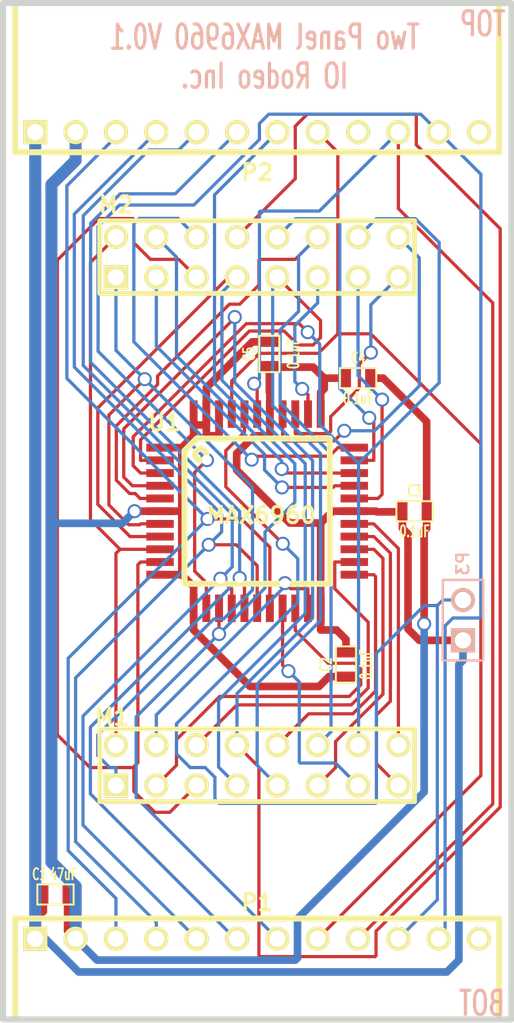
<source format=kicad_pcb>
(kicad_pcb (version 20171130) (host pcbnew 5.1.10)

  (general
    (thickness 1.6002)
    (drawings 7)
    (tracks 493)
    (zones 0)
    (modules 11)
    (nets 36)
  )

  (page A4)
  (title_block
    (date "12 apr 2013")
  )

  (layers
    (0 Front signal)
    (31 Back signal)
    (32 B.Adhes user)
    (33 F.Adhes user)
    (34 B.Paste user)
    (35 F.Paste user)
    (36 B.SilkS user)
    (37 F.SilkS user)
    (38 B.Mask user)
    (39 F.Mask user)
    (40 Dwgs.User user)
    (41 Cmts.User user)
    (42 Eco1.User user)
    (43 Eco2.User user)
    (44 Edge.Cuts user)
  )

  (setup
    (last_trace_width 0.2032)
    (trace_clearance 0.254)
    (zone_clearance 0.508)
    (zone_45_only no)
    (trace_min 0.2032)
    (via_size 0.889)
    (via_drill 0.635)
    (via_min_size 0.889)
    (via_min_drill 0.508)
    (uvia_size 0.508)
    (uvia_drill 0.127)
    (uvias_allowed no)
    (uvia_min_size 0.508)
    (uvia_min_drill 0.127)
    (edge_width 0.381)
    (segment_width 0.381)
    (pcb_text_width 0.3048)
    (pcb_text_size 1.524 2.032)
    (mod_edge_width 0.381)
    (mod_text_size 1.524 1.524)
    (mod_text_width 0.3048)
    (pad_size 1.524 1.524)
    (pad_drill 1.016)
    (pad_to_mask_clearance 0.254)
    (aux_axis_origin 0 0)
    (visible_elements FFFFFF7F)
    (pcbplotparams
      (layerselection 0x00030_ffffffff)
      (usegerberextensions true)
      (usegerberattributes true)
      (usegerberadvancedattributes true)
      (creategerberjobfile true)
      (excludeedgelayer true)
      (linewidth 0.150000)
      (plotframeref false)
      (viasonmask false)
      (mode 1)
      (useauxorigin false)
      (hpglpennumber 1)
      (hpglpenspeed 20)
      (hpglpendiameter 15.000000)
      (psnegative false)
      (psa4output false)
      (plotreference true)
      (plotvalue true)
      (plotinvisibletext false)
      (padsonsilk false)
      (subtractmaskfromsilk false)
      (outputformat 1)
      (mirror false)
      (drillshape 1)
      (scaleselection 1)
      (outputdirectory ""))
  )

  (net 0 "")
  (net 1 /ADDCLK)
  (net 2 /ADDIN)
  (net 3 /ADDOUT)
  (net 4 /CLK)
  (net 5 /COL1)
  (net 6 /COL10)
  (net 7 /COL11)
  (net 8 /COL12)
  (net 9 /COL13)
  (net 10 /COL14)
  (net 11 /COL15)
  (net 12 /COL16)
  (net 13 /COL2)
  (net 14 /COL3)
  (net 15 /COL4)
  (net 16 /COL5)
  (net 17 /COL6)
  (net 18 /COL7)
  (net 19 /COL8)
  (net 20 /COL9)
  (net 21 /CS)
  (net 22 /MISO)
  (net 23 /MOSI)
  (net 24 /OSC)
  (net 25 /ROW1)
  (net 26 /ROW2)
  (net 27 /ROW3)
  (net 28 /ROW4)
  (net 29 /ROW5)
  (net 30 /ROW6)
  (net 31 /ROW7)
  (net 32 /ROW8)
  (net 33 /RST)
  (net 34 /V+)
  (net 35 GND)

  (net_class Default "This is the default net class."
    (clearance 0.254)
    (trace_width 0.2032)
    (via_dia 0.889)
    (via_drill 0.635)
    (uvia_dia 0.508)
    (uvia_drill 0.127)
    (add_net /ADDCLK)
    (add_net /ADDIN)
    (add_net /ADDOUT)
    (add_net /CLK)
    (add_net /COL1)
    (add_net /COL10)
    (add_net /COL11)
    (add_net /COL12)
    (add_net /COL13)
    (add_net /COL14)
    (add_net /COL15)
    (add_net /COL16)
    (add_net /COL2)
    (add_net /COL3)
    (add_net /COL4)
    (add_net /COL5)
    (add_net /COL6)
    (add_net /COL7)
    (add_net /COL8)
    (add_net /COL9)
    (add_net /CS)
    (add_net /MISO)
    (add_net /MOSI)
    (add_net /OSC)
    (add_net /ROW1)
    (add_net /ROW2)
    (add_net /ROW3)
    (add_net /ROW4)
    (add_net /ROW5)
    (add_net /ROW6)
    (add_net /ROW7)
    (add_net /ROW8)
    (add_net /RST)
  )

  (net_class PWR ""
    (clearance 0.254)
    (trace_width 0.4826)
    (via_dia 0.889)
    (via_drill 0.635)
    (uvia_dia 0.508)
    (uvia_drill 0.127)
    (add_net /V+)
    (add_net GND)
  )

  (module SM0603 (layer Front) (tedit 5161C6E4) (tstamp 5161A125)
    (at 54.102 106.934)
    (path /516115A2)
    (attr smd)
    (fp_text reference C1 (at -1.016 -1.27) (layer F.SilkS)
      (effects (font (size 0.7112 0.4572) (thickness 0.1143)))
    )
    (fp_text value 47uF (at 0.508 -1.27) (layer F.SilkS)
      (effects (font (size 0.7112 0.4572) (thickness 0.1143)))
    )
    (fp_line (start -1.143 -0.635) (end 1.143 -0.635) (layer F.SilkS) (width 0.127))
    (fp_line (start 1.143 -0.635) (end 1.143 0.635) (layer F.SilkS) (width 0.127))
    (fp_line (start 1.143 0.635) (end -1.143 0.635) (layer F.SilkS) (width 0.127))
    (fp_line (start -1.143 0.635) (end -1.143 -0.635) (layer F.SilkS) (width 0.127))
    (pad 1 smd rect (at -0.762 0) (size 0.635 1.143) (layers Front F.Paste F.Mask)
      (net 34 /V+))
    (pad 2 smd rect (at 0.762 0) (size 0.635 1.143) (layers Front F.Paste F.Mask)
      (net 35 GND))
    (model smd/chip_cms.wrl
      (at (xyz 0 0 0))
      (scale (xyz 0.08 0.08 0.08))
      (rotate (xyz 0 0 0))
    )
  )

  (module SM0603 (layer Front) (tedit 5161C60F) (tstamp 5161A127)
    (at 72.39 92.456 270)
    (path /516115D7)
    (attr smd)
    (fp_text reference C2 (at 0 1.27 270) (layer F.SilkS)
      (effects (font (size 0.7112 0.4572) (thickness 0.1143)))
    )
    (fp_text value 0.1uF (at 0 -1.27 270) (layer F.SilkS)
      (effects (font (size 0.7112 0.4572) (thickness 0.1143)))
    )
    (fp_line (start -1.143 -0.635) (end 1.143 -0.635) (layer F.SilkS) (width 0.127))
    (fp_line (start 1.143 -0.635) (end 1.143 0.635) (layer F.SilkS) (width 0.127))
    (fp_line (start 1.143 0.635) (end -1.143 0.635) (layer F.SilkS) (width 0.127))
    (fp_line (start -1.143 0.635) (end -1.143 -0.635) (layer F.SilkS) (width 0.127))
    (pad 1 smd rect (at -0.762 0 270) (size 0.635 1.143) (layers Front F.Paste F.Mask)
      (net 34 /V+))
    (pad 2 smd rect (at 0.762 0 270) (size 0.635 1.143) (layers Front F.Paste F.Mask)
      (net 35 GND))
    (model smd/chip_cms.wrl
      (at (xyz 0 0 0))
      (scale (xyz 0.08 0.08 0.08))
      (rotate (xyz 0 0 0))
    )
  )

  (module SM0603 (layer Front) (tedit 5161C59F) (tstamp 5161A129)
    (at 76.708 82.804)
    (path /516115DC)
    (attr smd)
    (fp_text reference C3 (at 0 -1.27) (layer F.SilkS)
      (effects (font (size 0.7112 0.4572) (thickness 0.1143)))
    )
    (fp_text value 0.1uF (at 0 1.27) (layer F.SilkS)
      (effects (font (size 0.7112 0.4572) (thickness 0.1143)))
    )
    (fp_line (start -1.143 -0.635) (end 1.143 -0.635) (layer F.SilkS) (width 0.127))
    (fp_line (start 1.143 -0.635) (end 1.143 0.635) (layer F.SilkS) (width 0.127))
    (fp_line (start 1.143 0.635) (end -1.143 0.635) (layer F.SilkS) (width 0.127))
    (fp_line (start -1.143 0.635) (end -1.143 -0.635) (layer F.SilkS) (width 0.127))
    (pad 1 smd rect (at -0.762 0) (size 0.635 1.143) (layers Front F.Paste F.Mask)
      (net 34 /V+))
    (pad 2 smd rect (at 0.762 0) (size 0.635 1.143) (layers Front F.Paste F.Mask)
      (net 35 GND))
    (model smd/chip_cms.wrl
      (at (xyz 0 0 0))
      (scale (xyz 0.08 0.08 0.08))
      (rotate (xyz 0 0 0))
    )
  )

  (module SM0603 (layer Front) (tedit 5161C58D) (tstamp 5161A12B)
    (at 73.152 74.422)
    (path /516115E0)
    (attr smd)
    (fp_text reference C4 (at 0 -1.27) (layer F.SilkS)
      (effects (font (size 0.7112 0.4572) (thickness 0.1143)))
    )
    (fp_text value 0.1uF (at 0 1.27) (layer F.SilkS)
      (effects (font (size 0.7112 0.4572) (thickness 0.1143)))
    )
    (fp_line (start -1.143 -0.635) (end 1.143 -0.635) (layer F.SilkS) (width 0.127))
    (fp_line (start 1.143 -0.635) (end 1.143 0.635) (layer F.SilkS) (width 0.127))
    (fp_line (start 1.143 0.635) (end -1.143 0.635) (layer F.SilkS) (width 0.127))
    (fp_line (start -1.143 0.635) (end -1.143 -0.635) (layer F.SilkS) (width 0.127))
    (pad 1 smd rect (at -0.762 0) (size 0.635 1.143) (layers Front F.Paste F.Mask)
      (net 34 /V+))
    (pad 2 smd rect (at 0.762 0) (size 0.635 1.143) (layers Front F.Paste F.Mask)
      (net 35 GND))
    (model smd/chip_cms.wrl
      (at (xyz 0 0 0))
      (scale (xyz 0.08 0.08 0.08))
      (rotate (xyz 0 0 0))
    )
  )

  (module SM0603 (layer Front) (tedit 5161C587) (tstamp 5161A12D)
    (at 67.564 72.898 90)
    (path /516115E4)
    (attr smd)
    (fp_text reference C5 (at 0 -1.27 90) (layer F.SilkS)
      (effects (font (size 0.7112 0.4572) (thickness 0.1143)))
    )
    (fp_text value 0.1uF (at 0 1.524 90) (layer F.SilkS)
      (effects (font (size 0.7112 0.4572) (thickness 0.1143)))
    )
    (fp_line (start -1.143 -0.635) (end 1.143 -0.635) (layer F.SilkS) (width 0.127))
    (fp_line (start 1.143 -0.635) (end 1.143 0.635) (layer F.SilkS) (width 0.127))
    (fp_line (start 1.143 0.635) (end -1.143 0.635) (layer F.SilkS) (width 0.127))
    (fp_line (start -1.143 0.635) (end -1.143 -0.635) (layer F.SilkS) (width 0.127))
    (pad 1 smd rect (at -0.762 0 90) (size 0.635 1.143) (layers Front F.Paste F.Mask)
      (net 34 /V+))
    (pad 2 smd rect (at 0.762 0 90) (size 0.635 1.143) (layers Front F.Paste F.Mask)
      (net 35 GND))
    (model smd/chip_cms.wrl
      (at (xyz 0 0 0))
      (scale (xyz 0.08 0.08 0.08))
      (rotate (xyz 0 0 0))
    )
  )

  (module PIN_ARRAY_2X1 (layer Back) (tedit 5161C61C) (tstamp 5161A12E)
    (at 79.756 89.662 90)
    (descr "Connecteurs 2 pins")
    (tags "CONN DEV")
    (path /51612750)
    (fp_text reference P3 (at 3.556 0 90) (layer B.SilkS)
      (effects (font (size 0.762 0.762) (thickness 0.1524)) (justify mirror))
    )
    (fp_text value CONN_2 (at 0 1.905 90) (layer B.SilkS) hide
      (effects (font (size 0.762 0.762) (thickness 0.1524)) (justify mirror))
    )
    (fp_line (start -2.54 -1.27) (end -2.54 1.27) (layer B.SilkS) (width 0.1524))
    (fp_line (start -2.54 1.27) (end 2.54 1.27) (layer B.SilkS) (width 0.1524))
    (fp_line (start 2.54 1.27) (end 2.54 -1.27) (layer B.SilkS) (width 0.1524))
    (fp_line (start 2.54 -1.27) (end -2.54 -1.27) (layer B.SilkS) (width 0.1524))
    (pad 1 thru_hole rect (at -1.27 0 90) (size 1.524 1.524) (drill 1.016) (layers *.Cu *.Mask B.SilkS)
      (net 34 /V+))
    (pad 2 thru_hole circle (at 1.27 0 90) (size 1.524 1.524) (drill 1.016) (layers *.Cu *.Mask B.SilkS)
      (net 2 /ADDIN))
    (model pin_array/pins_array_2x1.wrl
      (at (xyz 0 0 0))
      (scale (xyz 1 1 1))
      (rotate (xyz 0 0 0))
    )
  )

  (module MQFP44 (layer Front) (tedit 5161C766) (tstamp 5161A56B)
    (at 66.79946 82.79892)
    (path /516112AF)
    (fp_text reference U1 (at -5.83946 -5.58292) (layer F.SilkS)
      (effects (font (size 1.016 1.016) (thickness 0.2032)))
    )
    (fp_text value MAX6960 (at 0.25654 0.25908) (layer F.SilkS)
      (effects (font (size 1.016 1.016) (thickness 0.2032)))
    )
    (fp_circle (center -3.556 -3.556) (end -3.302 -3.302) (layer F.SilkS) (width 0.381))
    (fp_line (start -4.572 -3.81) (end -4.572 4.572) (layer F.SilkS) (width 0.381))
    (fp_line (start -4.572 4.572) (end 4.572 4.572) (layer F.SilkS) (width 0.381))
    (fp_line (start 4.572 4.572) (end 4.572 -4.572) (layer F.SilkS) (width 0.381))
    (fp_line (start 4.572 -4.572) (end -3.81 -4.572) (layer F.SilkS) (width 0.381))
    (fp_line (start -3.81 -4.572) (end -4.572 -3.81) (layer F.SilkS) (width 0.381))
    (pad 1 smd rect (at -6.11378 -4.0005) (size 1.72974 0.50038) (layers Front F.Paste F.Mask)
      (net 35 GND))
    (pad 2 smd rect (at -6.11378 -3.2004) (size 1.72974 0.50038) (layers Front F.Paste F.Mask)
      (net 25 /ROW1))
    (pad 3 smd rect (at -6.11378 -2.4003) (size 1.72974 0.50038) (layers Front F.Paste F.Mask)
      (net 26 /ROW2))
    (pad 4 smd rect (at -6.11378 -1.6002) (size 1.72974 0.50038) (layers Front F.Paste F.Mask)
      (net 27 /ROW3))
    (pad 5 smd rect (at -6.11378 -0.8001) (size 1.72974 0.50038) (layers Front F.Paste F.Mask)
      (net 28 /ROW4))
    (pad 6 smd rect (at -6.11378 0) (size 1.72974 0.50038) (layers Front F.Paste F.Mask)
      (net 35 GND))
    (pad 7 smd rect (at -6.11378 0.8001) (size 1.72974 0.50038) (layers Front F.Paste F.Mask)
      (net 29 /ROW5))
    (pad 8 smd rect (at -6.11378 1.6002) (size 1.72974 0.50038) (layers Front F.Paste F.Mask)
      (net 30 /ROW6))
    (pad 9 smd rect (at -6.11378 2.4003) (size 1.72974 0.50038) (layers Front F.Paste F.Mask)
      (net 31 /ROW7))
    (pad 10 smd rect (at -6.11378 3.2004) (size 1.72974 0.50038) (layers Front F.Paste F.Mask)
      (net 32 /ROW8))
    (pad 11 smd rect (at -6.11378 4.0005) (size 1.72974 0.50038) (layers Front F.Paste F.Mask)
      (net 35 GND))
    (pad 12 smd rect (at -4.0005 6.11378) (size 0.50038 1.72974) (layers Front F.Paste F.Mask)
      (net 35 GND))
    (pad 13 smd rect (at -3.2004 6.11378) (size 0.50038 1.72974) (layers Front F.Paste F.Mask)
      (net 24 /OSC))
    (pad 14 smd rect (at -2.4003 6.11378) (size 0.50038 1.72974) (layers Front F.Paste F.Mask)
      (net 21 /CS))
    (pad 15 smd rect (at -1.6002 6.11378) (size 0.50038 1.72974) (layers Front F.Paste F.Mask)
      (net 23 /MOSI))
    (pad 16 smd rect (at -0.8001 6.11378) (size 0.50038 1.72974) (layers Front F.Paste F.Mask)
      (net 22 /MISO))
    (pad 17 smd rect (at 0 6.11378) (size 0.50038 1.72974) (layers Front F.Paste F.Mask)
      (net 4 /CLK))
    (pad 18 smd rect (at 0.8001 6.11378) (size 0.50038 1.72974) (layers Front F.Paste F.Mask)
      (net 33 /RST))
    (pad 19 smd rect (at 1.6002 6.11378) (size 0.50038 1.72974) (layers Front F.Paste F.Mask)
      (net 5 /COL1))
    (pad 20 smd rect (at 2.4003 6.11378) (size 0.50038 1.72974) (layers Front F.Paste F.Mask)
      (net 13 /COL2))
    (pad 21 smd rect (at 3.2004 6.11378) (size 0.50038 1.72974) (layers Front F.Paste F.Mask)
      (net 14 /COL3))
    (pad 22 smd rect (at 4.0005 6.11378) (size 0.50038 1.72974) (layers Front F.Paste F.Mask)
      (net 34 /V+))
    (pad 23 smd rect (at 6.11378 4.0005) (size 1.72974 0.50038) (layers Front F.Paste F.Mask)
      (net 15 /COL4))
    (pad 24 smd rect (at 6.11378 3.2004) (size 1.72974 0.50038) (layers Front F.Paste F.Mask)
      (net 16 /COL5))
    (pad 25 smd rect (at 6.11378 2.4003) (size 1.72974 0.50038) (layers Front F.Paste F.Mask)
      (net 17 /COL6))
    (pad 26 smd rect (at 6.11378 1.6002) (size 1.72974 0.50038) (layers Front F.Paste F.Mask)
      (net 18 /COL7))
    (pad 27 smd rect (at 6.11378 0.8001) (size 1.72974 0.50038) (layers Front F.Paste F.Mask)
      (net 19 /COL8))
    (pad 28 smd rect (at 6.11378 0) (size 1.72974 0.50038) (layers Front F.Paste F.Mask)
      (net 34 /V+))
    (pad 29 smd rect (at 6.11378 -0.8001) (size 1.72974 0.50038) (layers Front F.Paste F.Mask)
      (net 20 /COL9))
    (pad 30 smd rect (at 6.11378 -1.6002) (size 1.72974 0.50038) (layers Front F.Paste F.Mask)
      (net 6 /COL10))
    (pad 31 smd rect (at 6.11378 -2.4003) (size 1.72974 0.50038) (layers Front F.Paste F.Mask)
      (net 7 /COL11))
    (pad 32 smd rect (at 6.11378 -3.2004) (size 1.72974 0.50038) (layers Front F.Paste F.Mask)
      (net 8 /COL12))
    (pad 33 smd rect (at 6.11378 -4.0005) (size 1.72974 0.50038) (layers Front F.Paste F.Mask)
      (net 9 /COL13))
    (pad 34 smd rect (at 4.0005 -6.11378) (size 0.50038 1.72974) (layers Front F.Paste F.Mask)
      (net 34 /V+))
    (pad 35 smd rect (at 3.2004 -6.11378) (size 0.50038 1.72974) (layers Front F.Paste F.Mask)
      (net 10 /COL14))
    (pad 36 smd rect (at 2.4003 -6.11378) (size 0.50038 1.72974) (layers Front F.Paste F.Mask)
      (net 11 /COL15))
    (pad 37 smd rect (at 1.6002 -6.11378) (size 0.50038 1.72974) (layers Front F.Paste F.Mask)
      (net 12 /COL16))
    (pad 38 smd rect (at 0.8001 -6.11378) (size 0.50038 1.72974) (layers Front F.Paste F.Mask)
      (net 34 /V+))
    (pad 39 smd rect (at 0 -6.11378) (size 0.50038 1.72974) (layers Front F.Paste F.Mask)
      (net 3 /ADDOUT))
    (pad 40 smd rect (at -0.8001 -6.11378) (size 0.50038 1.72974) (layers Front F.Paste F.Mask)
      (net 2 /ADDIN))
    (pad 41 smd rect (at -1.6002 -6.11378) (size 0.50038 1.72974) (layers Front F.Paste F.Mask)
      (net 1 /ADDCLK))
    (pad 42 smd rect (at -2.4003 -6.11378) (size 0.50038 1.72974) (layers Front F.Paste F.Mask)
      (net 35 GND))
    (pad 43 smd rect (at -3.2004 -6.11378) (size 0.50038 1.72974) (layers Front F.Paste F.Mask)
      (net 35 GND))
    (pad 44 smd rect (at -4.0005 -6.11378) (size 0.50038 1.72974) (layers Front F.Paste F.Mask)
      (net 35 GND))
  )

  (module HEADER_TOP (layer Front) (tedit 51684318) (tstamp 5161A1FD)
    (at 66.79946 58.928)
    (path /516126A1)
    (fp_text reference P2 (at 0.00254 2.54) (layer F.SilkS)
      (effects (font (size 1.016 1.016) (thickness 0.2032)))
    )
    (fp_text value CONN_12 (at -11.96086 -6.9342) (layer F.SilkS) hide
      (effects (font (size 1.524 1.016) (thickness 0.2032)))
    )
    (fp_line (start 15.24 0) (end 15.24 1.27) (layer F.SilkS) (width 0.381))
    (fp_line (start 15.24 1.27) (end -15.24 1.27) (layer F.SilkS) (width 0.381))
    (fp_line (start -15.24 1.27) (end -15.24 -0.254) (layer F.SilkS) (width 0.381))
    (fp_line (start -15.24 0) (end -15.24 -8.128) (layer F.SilkS) (width 0.381))
    (fp_line (start -15.24 -8.128) (end 15.24 -8.128) (layer F.SilkS) (width 0.381))
    (fp_line (start 15.24 -8.128) (end 15.24 0) (layer F.SilkS) (width 0.381))
    (pad 1 thru_hole rect (at -13.97 0) (size 1.524 1.524) (drill 1.016) (layers *.Cu *.Mask F.SilkS)
      (net 34 /V+))
    (pad 2 thru_hole circle (at -11.43 0) (size 1.524 1.524) (drill 1.016) (layers *.Cu *.Mask F.SilkS)
      (net 35 GND))
    (pad 3 thru_hole circle (at -8.89 0) (size 1.524 1.524) (drill 1.016) (layers *.Cu *.Mask F.SilkS)
      (net 33 /RST))
    (pad 4 thru_hole circle (at -6.35 0) (size 1.524 1.524) (drill 1.016) (layers *.Cu *.Mask F.SilkS)
      (net 4 /CLK))
    (pad 5 thru_hole circle (at -3.81 0) (size 1.524 1.524) (drill 1.016) (layers *.Cu *.Mask F.SilkS)
      (net 23 /MOSI))
    (pad 6 thru_hole circle (at -1.27 0) (size 1.524 1.524) (drill 1.016) (layers *.Cu *.Mask F.SilkS)
      (net 22 /MISO))
    (pad 7 thru_hole circle (at 1.27 0) (size 1.524 1.524) (drill 1.016) (layers *.Cu *.Mask F.SilkS)
      (net 21 /CS))
    (pad 8 thru_hole circle (at 3.81 0) (size 1.524 1.524) (drill 1.016) (layers *.Cu *.Mask F.SilkS)
      (net 1 /ADDCLK))
    (pad 9 thru_hole circle (at 6.35 0) (size 1.524 1.524) (drill 1.016) (layers *.Cu *.Mask F.SilkS))
    (pad 10 thru_hole circle (at 8.89 0) (size 1.524 1.524) (drill 1.016) (layers *.Cu *.Mask F.SilkS)
      (net 3 /ADDOUT))
    (pad 11 thru_hole circle (at 11.43 0) (size 1.524 1.524) (drill 1.016) (layers *.Cu *.Mask F.SilkS)
      (net 24 /OSC))
    (pad 12 thru_hole circle (at 13.97 0) (size 1.524 1.524) (drill 1.016) (layers *.Cu *.Mask F.SilkS))
  )

  (module HEADER_BOT (layer Front) (tedit 51684336) (tstamp 5161A134)
    (at 66.79946 109.72038)
    (path /5161268D)
    (fp_text reference P1 (at 0.00254 -2.27838) (layer F.SilkS)
      (effects (font (size 1.016 1.016) (thickness 0.2032)))
    )
    (fp_text value CONN_12 (at -11.98626 4.04622) (layer F.SilkS) hide
      (effects (font (size 1.524 1.016) (thickness 0.2032)))
    )
    (fp_line (start -15.24 0) (end -15.24 -1.27) (layer F.SilkS) (width 0.381))
    (fp_line (start -15.24 -1.27) (end 15.24 -1.27) (layer F.SilkS) (width 0.381))
    (fp_line (start 15.24 -1.27) (end 15.24 0) (layer F.SilkS) (width 0.381))
    (fp_line (start -15.24 0) (end -15.24 5.08) (layer F.SilkS) (width 0.381))
    (fp_line (start -15.24 5.08) (end 15.24 5.08) (layer F.SilkS) (width 0.381))
    (fp_line (start 15.24 5.08) (end 15.24 0) (layer F.SilkS) (width 0.381))
    (pad 1 thru_hole rect (at -13.97 0) (size 1.524 1.524) (drill 1.016) (layers *.Cu *.Mask F.SilkS)
      (net 34 /V+))
    (pad 2 thru_hole circle (at -11.43 0) (size 1.524 1.524) (drill 1.016) (layers *.Cu *.Mask F.SilkS)
      (net 35 GND))
    (pad 3 thru_hole circle (at -8.89 0) (size 1.524 1.524) (drill 1.016) (layers *.Cu *.Mask F.SilkS)
      (net 33 /RST))
    (pad 4 thru_hole circle (at -6.35 0) (size 1.524 1.524) (drill 1.016) (layers *.Cu *.Mask F.SilkS)
      (net 4 /CLK))
    (pad 5 thru_hole circle (at -3.81 0) (size 1.524 1.524) (drill 1.016) (layers *.Cu *.Mask F.SilkS)
      (net 23 /MOSI))
    (pad 6 thru_hole circle (at -1.27 0) (size 1.524 1.524) (drill 1.016) (layers *.Cu *.Mask F.SilkS)
      (net 22 /MISO))
    (pad 7 thru_hole circle (at 1.27 0) (size 1.524 1.524) (drill 1.016) (layers *.Cu *.Mask F.SilkS)
      (net 21 /CS))
    (pad 8 thru_hole circle (at 3.81 0) (size 1.524 1.524) (drill 1.016) (layers *.Cu *.Mask F.SilkS)
      (net 1 /ADDCLK))
    (pad 9 thru_hole circle (at 6.35 0) (size 1.524 1.524) (drill 1.016) (layers *.Cu *.Mask F.SilkS)
      (net 3 /ADDOUT))
    (pad 10 thru_hole circle (at 8.89 0) (size 1.524 1.524) (drill 1.016) (layers *.Cu *.Mask F.SilkS)
      (net 2 /ADDIN))
    (pad 11 thru_hole circle (at 11.43 0) (size 1.524 1.524) (drill 1.016) (layers *.Cu *.Mask F.SilkS)
      (net 24 /OSC))
    (pad 12 thru_hole circle (at 13.97 0) (size 1.524 1.524) (drill 1.016) (layers *.Cu *.Mask F.SilkS))
  )

  (module pin_array_8x2 (layer Front) (tedit 5161C5FF) (tstamp 5161A79A)
    (at 66.79946 98.80092)
    (descr "Double rangee de contacts 2 x 8 pins")
    (tags CONN)
    (path /5161217C)
    (fp_text reference M1 (at -9.14146 -3.04292) (layer F.SilkS)
      (effects (font (size 1.016 1.016) (thickness 0.2032)))
    )
    (fp_text value LED-MATRIX-8X8 (at 0 3.302) (layer F.SilkS) hide
      (effects (font (size 1.016 1.016) (thickness 0.2032)))
    )
    (fp_line (start -9.906 2.286) (end -9.906 -2.286) (layer F.SilkS) (width 0.3048))
    (fp_line (start -9.906 -2.286) (end 9.906 -2.286) (layer F.SilkS) (width 0.3048))
    (fp_line (start 9.906 -2.286) (end 9.906 2.286) (layer F.SilkS) (width 0.3048))
    (fp_line (start 9.906 2.286) (end -9.906 2.286) (layer F.SilkS) (width 0.3048))
    (pad 1 thru_hole rect (at -8.89 1.27) (size 1.524 1.524) (drill 1.016) (layers *.Cu *.Mask F.SilkS)
      (net 29 /ROW5))
    (pad 2 thru_hole circle (at -8.89 -1.27) (size 1.524 1.524) (drill 1.016) (layers *.Cu *.Mask F.SilkS)
      (net 31 /ROW7))
    (pad 3 thru_hole circle (at -6.35 1.27) (size 1.524 1.524) (drill 1.016) (layers *.Cu *.Mask F.SilkS)
      (net 13 /COL2))
    (pad 4 thru_hole circle (at -6.35 -1.27) (size 1.524 1.524) (drill 1.016) (layers *.Cu *.Mask F.SilkS)
      (net 14 /COL3))
    (pad 5 thru_hole circle (at -3.81 1.27) (size 1.524 1.524) (drill 1.016) (layers *.Cu *.Mask F.SilkS)
      (net 32 /ROW8))
    (pad 6 thru_hole circle (at -3.81 -1.27) (size 1.524 1.524) (drill 1.016) (layers *.Cu *.Mask F.SilkS)
      (net 16 /COL5))
    (pad 7 thru_hole circle (at -1.27 1.27) (size 1.524 1.524) (drill 1.016) (layers *.Cu *.Mask F.SilkS)
      (net 30 /ROW6))
    (pad 8 thru_hole circle (at -1.27 -1.27) (size 1.524 1.524) (drill 1.016) (layers *.Cu *.Mask F.SilkS)
      (net 27 /ROW3))
    (pad 9 thru_hole circle (at 1.27 1.27) (size 1.524 1.524) (drill 1.016) (layers *.Cu *.Mask F.SilkS)
      (net 25 /ROW1))
    (pad 10 thru_hole circle (at 1.27 -1.27) (size 1.524 1.524) (drill 1.016) (layers *.Cu *.Mask F.SilkS)
      (net 15 /COL4))
    (pad 11 thru_hole circle (at 3.81 1.27) (size 1.524 1.524) (drill 1.016) (layers *.Cu *.Mask F.SilkS)
      (net 17 /COL6))
    (pad 12 thru_hole circle (at 3.81 -1.27) (size 1.524 1.524) (drill 1.016) (layers *.Cu *.Mask F.SilkS)
      (net 28 /ROW4))
    (pad 13 thru_hole circle (at 6.35 1.27) (size 1.524 1.524) (drill 1.016) (layers *.Cu *.Mask F.SilkS)
      (net 5 /COL1))
    (pad 14 thru_hole circle (at 6.35 -1.27) (size 1.524 1.524) (drill 1.016) (layers *.Cu *.Mask F.SilkS)
      (net 26 /ROW2))
    (pad 15 thru_hole circle (at 8.89 1.27) (size 1.524 1.524) (drill 1.016) (layers *.Cu *.Mask F.SilkS)
      (net 18 /COL7))
    (pad 16 thru_hole circle (at 8.89 -1.27) (size 1.524 1.524) (drill 1.016) (layers *.Cu *.Mask F.SilkS)
      (net 19 /COL8))
    (model pin_array/pins_array_8x2.wrl
      (at (xyz 0 0 0))
      (scale (xyz 1 1 1))
      (rotate (xyz 0 0 0))
    )
  )

  (module pin_array_8x2 (layer Front) (tedit 5161C5F8) (tstamp 5161A79C)
    (at 66.79946 66.79946)
    (descr "Double rangee de contacts 2 x 8 pins")
    (tags CONN)
    (path /51612464)
    (fp_text reference M2 (at -8.88746 -3.29946) (layer F.SilkS)
      (effects (font (size 1.016 1.016) (thickness 0.2032)))
    )
    (fp_text value LED-MATRIX-8X8 (at 0 3.302) (layer F.SilkS) hide
      (effects (font (size 1.016 1.016) (thickness 0.2032)))
    )
    (fp_line (start -9.906 2.286) (end -9.906 -2.286) (layer F.SilkS) (width 0.3048))
    (fp_line (start -9.906 -2.286) (end 9.906 -2.286) (layer F.SilkS) (width 0.3048))
    (fp_line (start 9.906 -2.286) (end 9.906 2.286) (layer F.SilkS) (width 0.3048))
    (fp_line (start 9.906 2.286) (end -9.906 2.286) (layer F.SilkS) (width 0.3048))
    (pad 1 thru_hole rect (at -8.89 1.27) (size 1.524 1.524) (drill 1.016) (layers *.Cu *.Mask F.SilkS)
      (net 29 /ROW5))
    (pad 2 thru_hole circle (at -8.89 -1.27) (size 1.524 1.524) (drill 1.016) (layers *.Cu *.Mask F.SilkS)
      (net 31 /ROW7))
    (pad 3 thru_hole circle (at -6.35 1.27) (size 1.524 1.524) (drill 1.016) (layers *.Cu *.Mask F.SilkS)
      (net 6 /COL10))
    (pad 4 thru_hole circle (at -6.35 -1.27) (size 1.524 1.524) (drill 1.016) (layers *.Cu *.Mask F.SilkS)
      (net 7 /COL11))
    (pad 5 thru_hole circle (at -3.81 1.27) (size 1.524 1.524) (drill 1.016) (layers *.Cu *.Mask F.SilkS)
      (net 32 /ROW8))
    (pad 6 thru_hole circle (at -3.81 -1.27) (size 1.524 1.524) (drill 1.016) (layers *.Cu *.Mask F.SilkS)
      (net 9 /COL13))
    (pad 7 thru_hole circle (at -1.27 1.27) (size 1.524 1.524) (drill 1.016) (layers *.Cu *.Mask F.SilkS)
      (net 30 /ROW6))
    (pad 8 thru_hole circle (at -1.27 -1.27) (size 1.524 1.524) (drill 1.016) (layers *.Cu *.Mask F.SilkS)
      (net 27 /ROW3))
    (pad 9 thru_hole circle (at 1.27 1.27) (size 1.524 1.524) (drill 1.016) (layers *.Cu *.Mask F.SilkS)
      (net 25 /ROW1))
    (pad 10 thru_hole circle (at 1.27 -1.27) (size 1.524 1.524) (drill 1.016) (layers *.Cu *.Mask F.SilkS)
      (net 8 /COL12))
    (pad 11 thru_hole circle (at 3.81 1.27) (size 1.524 1.524) (drill 1.016) (layers *.Cu *.Mask F.SilkS)
      (net 10 /COL14))
    (pad 12 thru_hole circle (at 3.81 -1.27) (size 1.524 1.524) (drill 1.016) (layers *.Cu *.Mask F.SilkS)
      (net 28 /ROW4))
    (pad 13 thru_hole circle (at 6.35 1.27) (size 1.524 1.524) (drill 1.016) (layers *.Cu *.Mask F.SilkS)
      (net 20 /COL9))
    (pad 14 thru_hole circle (at 6.35 -1.27) (size 1.524 1.524) (drill 1.016) (layers *.Cu *.Mask F.SilkS)
      (net 26 /ROW2))
    (pad 15 thru_hole circle (at 8.89 1.27) (size 1.524 1.524) (drill 1.016) (layers *.Cu *.Mask F.SilkS)
      (net 11 /COL15))
    (pad 16 thru_hole circle (at 8.89 -1.27) (size 1.524 1.524) (drill 1.016) (layers *.Cu *.Mask F.SilkS)
      (net 12 /COL16))
    (model pin_array/pins_array_8x2.wrl
      (at (xyz 0 0 0))
      (scale (xyz 1 1 1))
      (rotate (xyz 0 0 0))
    )
  )

  (gr_text "Two Panel MAX6960 V0.1\nIO Rodeo Inc." (at 67.2592 54.1782) (layer B.SilkS)
    (effects (font (size 1.524 1.016) (thickness 0.2032)) (justify mirror))
  )
  (gr_text BOT (at 80.9498 113.792) (layer B.SilkS)
    (effects (font (size 1.524 1.016) (thickness 0.2032)) (justify mirror))
  )
  (gr_text TOP (at 81.0006 52.1208) (layer B.SilkS)
    (effects (font (size 1.524 1.016) (thickness 0.2032)) (justify mirror))
  )
  (gr_line (start 50.8 114.80038) (end 82.79892 114.80038) (angle 90) (layer Edge.Cuts) (width 0.381))
  (gr_line (start 50.8 50.8) (end 82.79892 50.8) (angle 90) (layer Edge.Cuts) (width 0.381))
  (gr_line (start 82.79892 50.8) (end 82.79892 114.80038) (angle 90) (layer Edge.Cuts) (width 0.381))
  (gr_line (start 50.8 50.8) (end 50.8 114.80038) (angle 90) (layer Edge.Cuts) (width 0.381))

  (segment (start 73.9521 71.63054) (end 71.87946 71.63054) (width 0.2032) (layer Front) (net 1))
  (segment (start 80.88376 78.5622) (end 73.9521 71.63054) (width 0.2032) (layer Front) (net 1))
  (segment (start 80.88376 99.44608) (end 80.88376 78.5622) (width 0.2032) (layer Front) (net 1))
  (segment (start 70.60946 109.72038) (end 80.88376 99.44608) (width 0.2032) (layer Front) (net 1) (status 400000))
  (segment (start 71.87946 60.198) (end 71.87946 71.63054) (width 0.2032) (layer Front) (net 1))
  (segment (start 70.60946 58.928) (end 71.87946 60.198) (width 0.2032) (layer Front) (net 1) (status 400000))
  (segment (start 65.19926 74.59726) (end 65.19926 76.68514) (width 0.2032) (layer Front) (net 1) (status 800000))
  (segment (start 66.93916 72.85736) (end 65.19926 74.59726) (width 0.2032) (layer Front) (net 1))
  (segment (start 70.65264 72.85736) (end 66.93916 72.85736) (width 0.2032) (layer Front) (net 1))
  (segment (start 71.87946 71.63054) (end 70.65264 72.85736) (width 0.2032) (layer Front) (net 1))
  (via (at 68.41236 84.8487) (size 0.889) (layers Front Back) (net 2))
  (segment (start 78.14056 107.26928) (end 78.14056 88.73998) (width 0.2032) (layer Back) (net 2))
  (segment (start 75.68946 109.72038) (end 78.14056 107.26928) (width 0.2032) (layer Back) (net 2) (status 400000))
  (segment (start 78.48854 88.392) (end 78.14056 88.73998) (width 0.2032) (layer Back) (net 2))
  (segment (start 79.756 88.392) (end 78.48854 88.392) (width 0.2032) (layer Back) (net 2) (status 400000))
  (segment (start 69.35978 85.79612) (end 68.41236 84.8487) (width 0.2032) (layer Back) (net 2))
  (segment (start 69.35978 88.5444) (end 69.35978 85.79612) (width 0.2032) (layer Back) (net 2))
  (segment (start 61.71946 96.18472) (end 69.35978 88.5444) (width 0.2032) (layer Back) (net 2))
  (segment (start 61.71946 98.07956) (end 61.71946 96.18472) (width 0.2032) (layer Back) (net 2))
  (segment (start 62.58306 98.94316) (end 61.71946 98.07956) (width 0.2032) (layer Back) (net 2))
  (segment (start 63.52794 98.94316) (end 62.58306 98.94316) (width 0.2032) (layer Back) (net 2))
  (segment (start 64.14008 99.5553) (end 63.52794 98.94316) (width 0.2032) (layer Back) (net 2))
  (segment (start 64.14008 100.92436) (end 64.14008 99.5553) (width 0.2032) (layer Back) (net 2))
  (segment (start 64.4144 101.19868) (end 64.14008 100.92436) (width 0.2032) (layer Back) (net 2))
  (segment (start 74.25182 101.19868) (end 64.4144 101.19868) (width 0.2032) (layer Back) (net 2))
  (segment (start 74.3077 101.1428) (end 74.25182 101.19868) (width 0.2032) (layer Back) (net 2))
  (segment (start 74.3077 91.75242) (end 74.3077 101.1428) (width 0.2032) (layer Back) (net 2))
  (segment (start 77.32014 88.73998) (end 74.3077 91.75242) (width 0.2032) (layer Back) (net 2))
  (segment (start 78.14056 88.73998) (end 77.32014 88.73998) (width 0.2032) (layer Back) (net 2))
  (segment (start 64.82588 81.26222) (end 68.41236 84.8487) (width 0.2032) (layer Front) (net 2))
  (segment (start 64.82588 78.99146) (end 64.82588 81.26222) (width 0.2032) (layer Front) (net 2))
  (segment (start 65.99936 77.81798) (end 64.82588 78.99146) (width 0.2032) (layer Front) (net 2))
  (segment (start 65.99936 76.68514) (end 65.99936 77.81798) (width 0.2032) (layer Front) (net 2) (status 400000))
  (via (at 66.60896 74.76744) (size 0.889) (layers Front Back) (net 3))
  (segment (start 75.68946 63.7413) (end 75.68946 58.928) (width 0.2032) (layer Front) (net 3) (status 800000))
  (segment (start 81.63306 69.6849) (end 75.68946 63.7413) (width 0.2032) (layer Front) (net 3))
  (segment (start 81.63306 101.23678) (end 81.63306 69.6849) (width 0.2032) (layer Front) (net 3))
  (segment (start 73.14946 109.72038) (end 81.63306 101.23678) (width 0.2032) (layer Front) (net 3) (status 400000))
  (segment (start 66.94424 74.43216) (end 66.60896 74.76744) (width 0.2032) (layer Back) (net 3))
  (segment (start 66.94424 63.95466) (end 66.94424 74.43216) (width 0.2032) (layer Back) (net 3))
  (segment (start 67.00012 63.89878) (end 66.94424 63.95466) (width 0.2032) (layer Back) (net 3))
  (segment (start 70.71868 63.89878) (end 67.00012 63.89878) (width 0.2032) (layer Back) (net 3))
  (segment (start 75.68946 58.928) (end 70.71868 63.89878) (width 0.2032) (layer Back) (net 3) (status 400000))
  (segment (start 66.79946 74.95794) (end 66.60896 74.76744) (width 0.2032) (layer Front) (net 3))
  (segment (start 66.79946 76.68514) (end 66.79946 74.95794) (width 0.2032) (layer Front) (net 3) (status 400000))
  (via (at 63.74892 84.91474) (size 0.889) (layers Front Back) (net 4))
  (segment (start 66.79946 86.22792) (end 66.79946 88.9127) (width 0.2032) (layer Front) (net 4) (status 800000))
  (segment (start 65.48628 84.91474) (end 66.79946 86.22792) (width 0.2032) (layer Front) (net 4))
  (segment (start 63.74892 84.91474) (end 65.48628 84.91474) (width 0.2032) (layer Front) (net 4))
  (segment (start 64.56426 84.0994) (end 63.74892 84.91474) (width 0.2032) (layer Back) (net 4))
  (segment (start 64.56426 83.00212) (end 64.56426 84.0994) (width 0.2032) (layer Back) (net 4))
  (segment (start 55.28818 73.72604) (end 64.56426 83.00212) (width 0.2032) (layer Back) (net 4))
  (segment (start 55.28818 64.08928) (end 55.28818 73.72604) (width 0.2032) (layer Back) (net 4))
  (segment (start 60.44946 58.928) (end 55.28818 64.08928) (width 0.2032) (layer Back) (net 4) (status 400000))
  (segment (start 60.44946 108.6866) (end 60.44946 109.72038) (width 0.2032) (layer Back) (net 4) (status 800000))
  (segment (start 55.36946 103.6066) (end 60.44946 108.6866) (width 0.2032) (layer Back) (net 4))
  (segment (start 55.36946 93.2942) (end 55.36946 103.6066) (width 0.2032) (layer Back) (net 4))
  (segment (start 63.74892 84.91474) (end 55.36946 93.2942) (width 0.2032) (layer Back) (net 4))
  (via (at 68.76796 92.87002) (size 0.889) (layers Front Back) (net 5))
  (segment (start 68.39966 88.9127) (end 68.39966 90.13952) (width 0.2032) (layer Front) (net 5) (status 400000))
  (segment (start 69.45122 93.55328) (end 68.76796 92.87002) (width 0.2032) (layer Back) (net 5))
  (segment (start 69.45122 98.6028) (end 69.45122 93.55328) (width 0.2032) (layer Back) (net 5))
  (segment (start 69.5071 98.65868) (end 69.45122 98.6028) (width 0.2032) (layer Back) (net 5))
  (segment (start 71.73722 98.65868) (end 69.5071 98.65868) (width 0.2032) (layer Back) (net 5))
  (segment (start 73.14946 100.07092) (end 71.73722 98.65868) (width 0.2032) (layer Back) (net 5) (status 400000))
  (segment (start 68.39966 92.50172) (end 68.76796 92.87002) (width 0.2032) (layer Front) (net 5))
  (segment (start 68.39966 90.13952) (end 68.39966 92.50172) (width 0.2032) (layer Front) (net 5))
  (via (at 68.36156 81.30286) (size 0.889) (layers Front Back) (net 6))
  (segment (start 72.91324 81.19872) (end 71.68642 81.19872) (width 0.2032) (layer Front) (net 6) (status 400000))
  (segment (start 67.26428 80.20558) (end 68.36156 81.30286) (width 0.2032) (layer Back) (net 6))
  (segment (start 67.26428 79.21752) (end 67.26428 80.20558) (width 0.2032) (layer Back) (net 6))
  (segment (start 60.44946 72.4027) (end 67.26428 79.21752) (width 0.2032) (layer Back) (net 6))
  (segment (start 60.44946 68.06946) (end 60.44946 72.4027) (width 0.2032) (layer Back) (net 6) (status 400000))
  (segment (start 71.58228 81.30286) (end 71.68642 81.19872) (width 0.2032) (layer Front) (net 6))
  (segment (start 68.36156 81.30286) (end 71.58228 81.30286) (width 0.2032) (layer Front) (net 6))
  (via (at 68.34632 80.14716) (size 0.889) (layers Front Back) (net 7))
  (segment (start 68.59778 80.39862) (end 72.91324 80.39862) (width 0.2032) (layer Front) (net 7) (status 800000))
  (segment (start 68.34632 80.14716) (end 68.59778 80.39862) (width 0.2032) (layer Front) (net 7))
  (segment (start 61.71946 66.79946) (end 60.44946 65.52946) (width 0.2032) (layer Back) (net 7) (status 800000))
  (segment (start 61.71946 73.0123) (end 61.71946 66.79946) (width 0.2032) (layer Back) (net 7))
  (segment (start 68.34632 79.63916) (end 61.71946 73.0123) (width 0.2032) (layer Back) (net 7))
  (segment (start 68.34632 80.14716) (end 68.34632 79.63916) (width 0.2032) (layer Back) (net 7))
  (via (at 73.85558 76.92136) (size 0.889) (layers Front Back) (net 8))
  (segment (start 72.00138 75.06716) (end 73.85558 76.92136) (width 0.2032) (layer Back) (net 8))
  (segment (start 72.00138 64.70142) (end 72.00138 75.06716) (width 0.2032) (layer Back) (net 8))
  (segment (start 71.68134 64.38138) (end 72.00138 64.70142) (width 0.2032) (layer Back) (net 8))
  (segment (start 69.21754 64.38138) (end 71.68134 64.38138) (width 0.2032) (layer Back) (net 8))
  (segment (start 68.06946 65.52946) (end 69.21754 64.38138) (width 0.2032) (layer Back) (net 8) (status 400000))
  (segment (start 74.1426 77.20838) (end 74.1426 79.59852) (width 0.2032) (layer Front) (net 8))
  (segment (start 73.85558 76.92136) (end 74.1426 77.20838) (width 0.2032) (layer Front) (net 8))
  (segment (start 72.91324 79.59852) (end 74.1426 79.59852) (width 0.2032) (layer Front) (net 8) (status 400000))
  (via (at 66.45656 79.55534) (size 0.889) (layers Front Back) (net 9))
  (segment (start 59.03722 72.136) (end 66.45656 79.55534) (width 0.2032) (layer Back) (net 9))
  (segment (start 59.03722 64.70142) (end 59.03722 72.136) (width 0.2032) (layer Back) (net 9))
  (segment (start 59.37758 64.36106) (end 59.03722 64.70142) (width 0.2032) (layer Back) (net 9))
  (segment (start 61.82106 64.36106) (end 59.37758 64.36106) (width 0.2032) (layer Back) (net 9))
  (segment (start 62.98946 65.52946) (end 61.82106 64.36106) (width 0.2032) (layer Back) (net 9) (status 400000))
  (segment (start 71.88454 78.79842) (end 72.91324 78.79842) (width 0.2032) (layer Front) (net 9) (status 800000))
  (segment (start 71.34606 79.3369) (end 71.88454 78.79842) (width 0.2032) (layer Front) (net 9))
  (segment (start 66.675 79.3369) (end 71.34606 79.3369) (width 0.2032) (layer Front) (net 9))
  (segment (start 66.45656 79.55534) (end 66.675 79.3369) (width 0.2032) (layer Front) (net 9))
  (via (at 69.6341 75.10018) (size 0.889) (layers Front Back) (net 10))
  (segment (start 69.99986 76.68514) (end 69.99986 75.45578) (width 0.2032) (layer Front) (net 10) (status 400000))
  (segment (start 69.17182 74.6379) (end 69.6341 75.10018) (width 0.2032) (layer Back) (net 10))
  (segment (start 69.17182 71.11746) (end 69.17182 74.6379) (width 0.2032) (layer Back) (net 10))
  (segment (start 70.60946 69.67982) (end 69.17182 71.11746) (width 0.2032) (layer Back) (net 10))
  (segment (start 70.60946 68.06946) (end 70.60946 69.67982) (width 0.2032) (layer Back) (net 10) (status 400000))
  (segment (start 69.9897 75.45578) (end 69.6341 75.10018) (width 0.2032) (layer Front) (net 10))
  (segment (start 69.99986 75.45578) (end 69.9897 75.45578) (width 0.2032) (layer Front) (net 10))
  (via (at 73.95718 72.81418) (size 0.889) (layers Front Back) (net 11))
  (segment (start 69.19976 76.68514) (end 69.19976 77.91196) (width 0.2032) (layer Front) (net 11) (status 400000))
  (segment (start 73.95718 69.80174) (end 73.95718 72.81418) (width 0.2032) (layer Back) (net 11))
  (segment (start 75.68946 68.06946) (end 73.95718 69.80174) (width 0.2032) (layer Back) (net 11) (status 400000))
  (segment (start 73.23074 73.54062) (end 73.95718 72.81418) (width 0.2032) (layer Front) (net 11))
  (segment (start 73.23074 75.04176) (end 73.23074 73.54062) (width 0.2032) (layer Front) (net 11))
  (segment (start 71.42734 76.84516) (end 73.23074 75.04176) (width 0.2032) (layer Front) (net 11))
  (segment (start 71.42734 77.7748) (end 71.42734 76.84516) (width 0.2032) (layer Front) (net 11))
  (segment (start 71.29018 77.91196) (end 71.42734 77.7748) (width 0.2032) (layer Front) (net 11))
  (segment (start 69.19976 77.91196) (end 71.29018 77.91196) (width 0.2032) (layer Front) (net 11))
  (via (at 72.28332 77.7367) (size 0.889) (layers Front Back) (net 12))
  (segment (start 74.18832 77.7367) (end 72.28332 77.7367) (width 0.2032) (layer Back) (net 12))
  (segment (start 77.00518 74.91984) (end 74.18832 77.7367) (width 0.2032) (layer Back) (net 12))
  (segment (start 77.00518 66.84518) (end 77.00518 74.91984) (width 0.2032) (layer Back) (net 12))
  (segment (start 75.68946 65.52946) (end 77.00518 66.84518) (width 0.2032) (layer Back) (net 12) (status 400000))
  (segment (start 71.64324 78.37678) (end 72.28332 77.7367) (width 0.2032) (layer Front) (net 12))
  (segment (start 68.64096 78.37678) (end 71.64324 78.37678) (width 0.2032) (layer Front) (net 12))
  (segment (start 68.39966 78.13548) (end 68.64096 78.37678) (width 0.2032) (layer Front) (net 12))
  (segment (start 68.39966 76.68514) (end 68.39966 78.13548) (width 0.2032) (layer Front) (net 12) (status 400000))
  (segment (start 69.19976 90.29954) (end 69.19976 88.9127) (width 0.2032) (layer Front) (net 13) (status 800000))
  (segment (start 71.27494 92.37472) (end 69.19976 90.29954) (width 0.2032) (layer Front) (net 13))
  (segment (start 72.9488 92.37472) (end 71.27494 92.37472) (width 0.2032) (layer Front) (net 13))
  (segment (start 73.32472 92.75064) (end 72.9488 92.37472) (width 0.2032) (layer Front) (net 13))
  (segment (start 73.32472 93.73616) (end 73.32472 92.75064) (width 0.2032) (layer Front) (net 13))
  (segment (start 72.59574 94.46514) (end 73.32472 93.73616) (width 0.2032) (layer Front) (net 13))
  (segment (start 64.43726 94.46514) (end 72.59574 94.46514) (width 0.2032) (layer Front) (net 13))
  (segment (start 61.71946 97.18294) (end 64.43726 94.46514) (width 0.2032) (layer Front) (net 13))
  (segment (start 61.71946 98.80092) (end 61.71946 97.18294) (width 0.2032) (layer Front) (net 13))
  (segment (start 60.44946 100.07092) (end 61.71946 98.80092) (width 0.2032) (layer Front) (net 13) (status 400000))
  (via (at 68.54952 87.33028) (size 0.889) (layers Front Back) (net 14))
  (segment (start 69.99986 88.9127) (end 69.99986 87.68334) (width 0.2032) (layer Front) (net 14) (status 400000))
  (segment (start 68.90258 87.68334) (end 68.54952 87.33028) (width 0.2032) (layer Front) (net 14))
  (segment (start 69.99986 87.68334) (end 68.90258 87.68334) (width 0.2032) (layer Front) (net 14))
  (segment (start 68.54952 87.5284) (end 68.54952 87.33028) (width 0.2032) (layer Back) (net 14))
  (segment (start 60.44946 95.62846) (end 68.54952 87.5284) (width 0.2032) (layer Back) (net 14))
  (segment (start 60.44946 97.53092) (end 60.44946 95.62846) (width 0.2032) (layer Back) (net 14) (status 400000))
  (segment (start 72.91324 86.79942) (end 74.1426 86.79942) (width 0.2032) (layer Front) (net 15) (status 400000))
  (segment (start 74.25436 86.91118) (end 74.1426 86.79942) (width 0.2032) (layer Front) (net 15))
  (segment (start 74.25436 94.12732) (end 74.25436 86.91118) (width 0.2032) (layer Front) (net 15))
  (segment (start 72.8218 95.55988) (end 74.25436 94.12732) (width 0.2032) (layer Front) (net 15))
  (segment (start 70.0405 95.55988) (end 72.8218 95.55988) (width 0.2032) (layer Front) (net 15))
  (segment (start 68.06946 97.53092) (end 70.0405 95.55988) (width 0.2032) (layer Front) (net 15) (status 400000))
  (segment (start 72.91324 85.99932) (end 71.68642 85.99932) (width 0.2032) (layer Front) (net 16) (status 400000))
  (segment (start 71.68642 87.68334) (end 71.68642 85.99932) (width 0.2032) (layer Front) (net 16))
  (segment (start 73.78954 89.78646) (end 71.68642 87.68334) (width 0.2032) (layer Front) (net 16))
  (segment (start 73.78954 93.93174) (end 73.78954 89.78646) (width 0.2032) (layer Front) (net 16))
  (segment (start 72.72274 94.99854) (end 73.78954 93.93174) (width 0.2032) (layer Front) (net 16))
  (segment (start 65.52184 94.99854) (end 72.72274 94.99854) (width 0.2032) (layer Front) (net 16))
  (segment (start 62.98946 97.53092) (end 65.52184 94.99854) (width 0.2032) (layer Front) (net 16) (status 400000))
  (segment (start 72.91324 85.19922) (end 74.1426 85.19922) (width 0.2032) (layer Front) (net 17) (status 400000))
  (segment (start 74.71918 85.7758) (end 74.1426 85.19922) (width 0.2032) (layer Front) (net 17))
  (segment (start 74.71918 94.32036) (end 74.71918 85.7758) (width 0.2032) (layer Front) (net 17))
  (segment (start 71.73722 97.30232) (end 74.71918 94.32036) (width 0.2032) (layer Front) (net 17))
  (segment (start 71.73722 98.94316) (end 71.73722 97.30232) (width 0.2032) (layer Front) (net 17))
  (segment (start 70.60946 100.07092) (end 71.73722 98.94316) (width 0.2032) (layer Front) (net 17) (status 400000))
  (segment (start 72.91324 84.39912) (end 74.1426 84.39912) (width 0.2032) (layer Front) (net 18) (status 400000))
  (segment (start 75.18654 85.44306) (end 74.1426 84.39912) (width 0.2032) (layer Front) (net 18))
  (segment (start 75.18654 94.76232) (end 75.18654 85.44306) (width 0.2032) (layer Front) (net 18))
  (segment (start 74.3077 95.64116) (end 75.18654 94.76232) (width 0.2032) (layer Front) (net 18))
  (segment (start 74.3077 98.68916) (end 74.3077 95.64116) (width 0.2032) (layer Front) (net 18))
  (segment (start 75.68946 100.07092) (end 74.3077 98.68916) (width 0.2032) (layer Front) (net 18) (status 400000))
  (segment (start 72.91324 83.59902) (end 74.1426 83.59902) (width 0.2032) (layer Front) (net 19) (status 400000))
  (segment (start 75.68946 85.14588) (end 74.1426 83.59902) (width 0.2032) (layer Front) (net 19))
  (segment (start 75.68946 97.53092) (end 75.68946 85.14588) (width 0.2032) (layer Front) (net 19) (status 400000))
  (via (at 74.6633 75.77328) (size 0.889) (layers Front Back) (net 20))
  (segment (start 73.14946 74.25944) (end 74.6633 75.77328) (width 0.2032) (layer Back) (net 20))
  (segment (start 73.14946 68.06946) (end 73.14946 74.25944) (width 0.2032) (layer Back) (net 20) (status 400000))
  (segment (start 74.6633 81.74228) (end 74.6633 75.77328) (width 0.2032) (layer Front) (net 20))
  (segment (start 74.40676 81.99882) (end 74.6633 81.74228) (width 0.2032) (layer Front) (net 20))
  (segment (start 72.91324 81.99882) (end 74.40676 81.99882) (width 0.2032) (layer Front) (net 20) (status 400000))
  (via (at 64.39916 90.53322) (size 0.889) (layers Front Back) (net 21))
  (segment (start 59.17946 95.75292) (end 64.39916 90.53322) (width 0.2032) (layer Back) (net 21))
  (segment (start 59.17946 100.83038) (end 59.17946 95.75292) (width 0.2032) (layer Back) (net 21))
  (segment (start 68.06946 109.72038) (end 59.17946 100.83038) (width 0.2032) (layer Back) (net 21) (status 400000))
  (segment (start 64.39916 90.53322) (end 64.39916 88.9127) (width 0.2032) (layer Front) (net 21) (status 800000))
  (segment (start 64.11468 62.88278) (end 68.06946 58.928) (width 0.2032) (layer Back) (net 21) (status 800000))
  (segment (start 64.11468 74.74966) (end 64.11468 62.88278) (width 0.2032) (layer Back) (net 21))
  (segment (start 69.17182 79.8068) (end 64.11468 74.74966) (width 0.2032) (layer Back) (net 21))
  (segment (start 69.17182 82.22742) (end 69.17182 79.8068) (width 0.2032) (layer Back) (net 21))
  (segment (start 67.29476 84.10448) (end 69.17182 82.22742) (width 0.2032) (layer Back) (net 21))
  (segment (start 67.29476 87.63762) (end 67.29476 84.10448) (width 0.2032) (layer Back) (net 21))
  (segment (start 64.39916 90.53322) (end 67.29476 87.63762) (width 0.2032) (layer Back) (net 21))
  (via (at 65.6971 87.00262) (size 0.889) (layers Front Back) (net 22))
  (segment (start 65.99936 87.30488) (end 65.99936 88.9127) (width 0.2032) (layer Front) (net 22) (status 800000))
  (segment (start 65.6971 87.00262) (end 65.99936 87.30488) (width 0.2032) (layer Front) (net 22))
  (segment (start 61.64326 62.8142) (end 65.52946 58.928) (width 0.2032) (layer Back) (net 22) (status 800000))
  (segment (start 61.64326 62.81674) (end 61.64326 62.8142) (width 0.2032) (layer Back) (net 22))
  (segment (start 58.17362 62.81674) (end 61.64326 62.81674) (width 0.2032) (layer Back) (net 22))
  (segment (start 56.31688 64.67348) (end 58.17362 62.81674) (width 0.2032) (layer Back) (net 22))
  (segment (start 56.31688 73.42886) (end 56.31688 64.67348) (width 0.2032) (layer Back) (net 22))
  (segment (start 65.6971 82.80908) (end 56.31688 73.42886) (width 0.2032) (layer Back) (net 22))
  (segment (start 65.6971 87.00262) (end 65.6971 82.80908) (width 0.2032) (layer Back) (net 22))
  (segment (start 65.42024 109.72038) (end 65.52946 109.72038) (width 0.2032) (layer Back) (net 22) (status 800000))
  (segment (start 56.2991 100.59924) (end 65.42024 109.72038) (width 0.2032) (layer Back) (net 22))
  (segment (start 56.2991 96.40062) (end 56.2991 100.59924) (width 0.2032) (layer Back) (net 22))
  (segment (start 65.6971 87.00262) (end 56.2991 96.40062) (width 0.2032) (layer Back) (net 22))
  (via (at 64.48806 87.04834) (size 0.889) (layers Front Back) (net 23))
  (segment (start 65.19926 88.9127) (end 65.19926 87.68334) (width 0.2032) (layer Front) (net 23) (status 400000))
  (segment (start 65.12306 87.68334) (end 65.19926 87.68334) (width 0.2032) (layer Front) (net 23))
  (segment (start 64.48806 87.04834) (end 65.12306 87.68334) (width 0.2032) (layer Front) (net 23))
  (segment (start 65.22974 86.30666) (end 64.48806 87.04834) (width 0.2032) (layer Back) (net 23))
  (segment (start 65.22974 83.00466) (end 65.22974 86.30666) (width 0.2032) (layer Back) (net 23))
  (segment (start 55.84952 73.62444) (end 65.22974 83.00466) (width 0.2032) (layer Back) (net 23))
  (segment (start 55.84952 64.19088) (end 55.84952 73.62444) (width 0.2032) (layer Back) (net 23))
  (segment (start 59.98718 60.05322) (end 55.84952 64.19088) (width 0.2032) (layer Back) (net 23))
  (segment (start 61.86424 60.05322) (end 59.98718 60.05322) (width 0.2032) (layer Back) (net 23))
  (segment (start 62.98946 58.928) (end 61.86424 60.05322) (width 0.2032) (layer Back) (net 23) (status 400000))
  (segment (start 55.83428 102.5652) (end 62.98946 109.72038) (width 0.2032) (layer Back) (net 23) (status 800000))
  (segment (start 55.83428 95.70212) (end 55.83428 102.5652) (width 0.2032) (layer Back) (net 23))
  (segment (start 64.48806 87.04834) (end 55.83428 95.70212) (width 0.2032) (layer Back) (net 23))
  (via (at 63.63716 79.58328) (size 0.889) (layers Front Back) (net 24))
  (segment (start 80.88376 61.5823) (end 78.22946 58.928) (width 0.2032) (layer Back) (net 24) (status 800000))
  (segment (start 80.88376 89.46896) (end 80.88376 61.5823) (width 0.2032) (layer Back) (net 24))
  (segment (start 80.82788 89.52484) (end 80.88376 89.46896) (width 0.2032) (layer Back) (net 24))
  (segment (start 79.12608 89.52484) (end 80.82788 89.52484) (width 0.2032) (layer Back) (net 24))
  (segment (start 78.63078 90.02014) (end 79.12608 89.52484) (width 0.2032) (layer Back) (net 24))
  (segment (start 78.63078 109.31906) (end 78.63078 90.02014) (width 0.2032) (layer Back) (net 24))
  (segment (start 78.22946 109.72038) (end 78.63078 109.31906) (width 0.2032) (layer Back) (net 24) (status 400000))
  (segment (start 63.59906 87.30742) (end 63.59906 88.9127) (width 0.2032) (layer Front) (net 24) (status 800000))
  (segment (start 62.865 86.57336) (end 63.59906 87.30742) (width 0.2032) (layer Front) (net 24))
  (segment (start 62.865 80.35544) (end 62.865 86.57336) (width 0.2032) (layer Front) (net 24))
  (segment (start 63.63716 79.58328) (end 62.865 80.35544) (width 0.2032) (layer Front) (net 24))
  (segment (start 77.1017 57.80024) (end 78.22946 58.928) (width 0.2032) (layer Back) (net 24) (status 800000))
  (segment (start 67.53098 57.80024) (end 77.1017 57.80024) (width 0.2032) (layer Back) (net 24))
  (segment (start 66.9417 58.38952) (end 67.53098 57.80024) (width 0.2032) (layer Back) (net 24))
  (segment (start 66.9417 59.39282) (end 66.9417 58.38952) (width 0.2032) (layer Back) (net 24))
  (segment (start 62.8142 63.52032) (end 66.9417 59.39282) (width 0.2032) (layer Back) (net 24))
  (segment (start 58.13044 63.52032) (end 62.8142 63.52032) (width 0.2032) (layer Back) (net 24))
  (segment (start 56.78424 64.86652) (end 58.13044 63.52032) (width 0.2032) (layer Back) (net 24))
  (segment (start 56.78424 72.73036) (end 56.78424 64.86652) (width 0.2032) (layer Back) (net 24))
  (segment (start 63.63716 79.58328) (end 56.78424 72.73036) (width 0.2032) (layer Back) (net 24))
  (segment (start 60.68568 79.59852) (end 59.45886 79.59852) (width 0.2032) (layer Front) (net 25) (status 400000))
  (segment (start 70.7898 70.7898) (end 68.06946 68.06946) (width 0.2032) (layer Front) (net 25) (status 800000))
  (segment (start 70.7898 71.86422) (end 70.7898 70.7898) (width 0.2032) (layer Front) (net 25))
  (segment (start 70.3199 72.33412) (end 70.7898 71.86422) (width 0.2032) (layer Front) (net 25))
  (segment (start 69.37756 72.33412) (end 70.3199 72.33412) (width 0.2032) (layer Front) (net 25))
  (segment (start 68.49872 71.45528) (end 69.37756 72.33412) (width 0.2032) (layer Front) (net 25))
  (segment (start 66.31178 71.45528) (end 68.49872 71.45528) (width 0.2032) (layer Front) (net 25))
  (segment (start 59.45886 78.3082) (end 66.31178 71.45528) (width 0.2032) (layer Front) (net 25))
  (segment (start 59.45886 79.59852) (end 59.45886 78.3082) (width 0.2032) (layer Front) (net 25))
  (segment (start 66.79946 98.80092) (end 68.06946 100.07092) (width 0.2032) (layer Back) (net 25) (status 800000))
  (segment (start 66.79946 93.6752) (end 66.79946 98.80092) (width 0.2032) (layer Back) (net 25))
  (segment (start 70.78726 89.6874) (end 66.79946 93.6752) (width 0.2032) (layer Back) (net 25))
  (segment (start 70.78726 79.16926) (end 70.78726 89.6874) (width 0.2032) (layer Back) (net 25))
  (segment (start 67.77736 76.15936) (end 70.78726 79.16926) (width 0.2032) (layer Back) (net 25))
  (segment (start 67.77736 68.36156) (end 67.77736 76.15936) (width 0.2032) (layer Back) (net 25))
  (segment (start 68.06946 68.06946) (end 67.77736 68.36156) (width 0.2032) (layer Back) (net 25) (status 400000))
  (via (at 69.98208 71.5264) (size 0.889) (layers Front Back) (net 26))
  (segment (start 60.68568 80.39862) (end 59.45886 80.39862) (width 0.2032) (layer Front) (net 26) (status 400000))
  (segment (start 69.44614 70.99046) (end 69.98208 71.5264) (width 0.2032) (layer Front) (net 26))
  (segment (start 66.1162 70.99046) (end 69.44614 70.99046) (width 0.2032) (layer Front) (net 26))
  (segment (start 58.99404 78.11262) (end 66.1162 70.99046) (width 0.2032) (layer Front) (net 26))
  (segment (start 58.99404 79.9338) (end 58.99404 78.11262) (width 0.2032) (layer Front) (net 26))
  (segment (start 59.45886 80.39862) (end 58.99404 79.9338) (width 0.2032) (layer Front) (net 26))
  (segment (start 73.18502 97.49536) (end 73.14946 97.53092) (width 0.2032) (layer Back) (net 26) (status 800000))
  (segment (start 73.18502 79.78394) (end 73.18502 97.49536) (width 0.2032) (layer Back) (net 26))
  (segment (start 74.29754 64.38138) (end 73.14946 65.52946) (width 0.2032) (layer Back) (net 26) (status 800000))
  (segment (start 76.76134 64.38138) (end 74.29754 64.38138) (width 0.2032) (layer Back) (net 26))
  (segment (start 78.2574 65.87744) (end 76.76134 64.38138) (width 0.2032) (layer Back) (net 26))
  (segment (start 78.2574 74.71156) (end 78.2574 65.87744) (width 0.2032) (layer Back) (net 26))
  (segment (start 73.18502 79.78394) (end 78.2574 74.71156) (width 0.2032) (layer Back) (net 26))
  (segment (start 70.739 77.33792) (end 73.18502 79.78394) (width 0.2032) (layer Back) (net 26))
  (segment (start 70.739 72.28332) (end 70.739 77.33792) (width 0.2032) (layer Back) (net 26))
  (segment (start 69.98208 71.5264) (end 70.739 72.28332) (width 0.2032) (layer Back) (net 26))
  (via (at 65.38976 70.5739) (size 0.889) (layers Front Back) (net 27))
  (segment (start 66.91122 98.91268) (end 65.52946 97.53092) (width 0.2032) (layer Front) (net 27) (status 800000))
  (segment (start 66.91122 110.79226) (end 66.91122 98.91268) (width 0.2032) (layer Front) (net 27))
  (segment (start 66.9671 110.84814) (end 66.91122 110.79226) (width 0.2032) (layer Front) (net 27))
  (segment (start 74.22642 110.84814) (end 66.9671 110.84814) (width 0.2032) (layer Front) (net 27))
  (segment (start 74.2823 110.79226) (end 74.22642 110.84814) (width 0.2032) (layer Front) (net 27))
  (segment (start 74.2823 109.25048) (end 74.2823 110.79226) (width 0.2032) (layer Front) (net 27))
  (segment (start 82.10042 101.43236) (end 74.2823 109.25048) (width 0.2032) (layer Front) (net 27))
  (segment (start 82.10042 65.0113) (end 82.10042 101.43236) (width 0.2032) (layer Front) (net 27))
  (segment (start 76.81722 59.7281) (end 82.10042 65.0113) (width 0.2032) (layer Front) (net 27))
  (segment (start 76.81722 57.85612) (end 76.81722 59.7281) (width 0.2032) (layer Front) (net 27))
  (segment (start 76.76134 57.80024) (end 76.81722 57.85612) (width 0.2032) (layer Front) (net 27))
  (segment (start 69.95414 57.80024) (end 76.76134 57.80024) (width 0.2032) (layer Front) (net 27))
  (segment (start 69.19722 58.55716) (end 69.95414 57.80024) (width 0.2032) (layer Front) (net 27))
  (segment (start 69.19722 61.8617) (end 69.19722 58.55716) (width 0.2032) (layer Front) (net 27))
  (segment (start 65.52946 65.52946) (end 69.19722 61.8617) (width 0.2032) (layer Front) (net 27) (status 400000))
  (segment (start 65.38976 70.6247) (end 65.38976 70.5739) (width 0.2032) (layer Front) (net 27))
  (segment (start 58.39968 77.61478) (end 65.38976 70.6247) (width 0.2032) (layer Front) (net 27))
  (segment (start 58.39968 80.65008) (end 58.39968 77.61478) (width 0.2032) (layer Front) (net 27))
  (segment (start 58.94832 81.19872) (end 58.39968 80.65008) (width 0.2032) (layer Front) (net 27))
  (segment (start 60.68568 81.19872) (end 58.94832 81.19872) (width 0.2032) (layer Front) (net 27) (status 400000))
  (segment (start 65.38976 74.70394) (end 65.38976 70.5739) (width 0.2032) (layer Back) (net 27))
  (segment (start 70.28942 79.6036) (end 65.38976 74.70394) (width 0.2032) (layer Back) (net 27))
  (segment (start 70.28942 89.52484) (end 70.28942 79.6036) (width 0.2032) (layer Back) (net 27))
  (segment (start 65.52946 94.2848) (end 70.28942 89.52484) (width 0.2032) (layer Back) (net 27))
  (segment (start 65.52946 97.53092) (end 65.52946 94.2848) (width 0.2032) (layer Back) (net 27) (status 400000))
  (segment (start 71.4502 96.69018) (end 70.60946 97.53092) (width 0.2032) (layer Back) (net 28) (status 800000))
  (segment (start 71.4502 79.1718) (end 71.4502 96.69018) (width 0.2032) (layer Back) (net 28))
  (segment (start 68.24472 75.96632) (end 71.4502 79.1718) (width 0.2032) (layer Back) (net 28))
  (segment (start 68.24472 71.38162) (end 68.24472 75.96632) (width 0.2032) (layer Back) (net 28))
  (segment (start 69.40804 70.2183) (end 68.24472 71.38162) (width 0.2032) (layer Back) (net 28))
  (segment (start 69.40804 66.73088) (end 69.40804 70.2183) (width 0.2032) (layer Back) (net 28))
  (segment (start 70.60946 65.52946) (end 69.40804 66.73088) (width 0.2032) (layer Back) (net 28) (status 400000))
  (segment (start 69.19722 66.9417) (end 70.60946 65.52946) (width 0.2032) (layer Front) (net 28) (status 800000))
  (segment (start 66.9671 66.9417) (end 69.19722 66.9417) (width 0.2032) (layer Front) (net 28))
  (segment (start 66.91122 66.99758) (end 66.9671 66.9417) (width 0.2032) (layer Front) (net 28))
  (segment (start 66.91122 68.55714) (end 66.91122 66.99758) (width 0.2032) (layer Front) (net 28))
  (segment (start 65.70472 69.76364) (end 66.91122 68.55714) (width 0.2032) (layer Front) (net 28))
  (segment (start 65.05448 69.76364) (end 65.70472 69.76364) (width 0.2032) (layer Front) (net 28))
  (segment (start 60.53074 74.28738) (end 65.05448 69.76364) (width 0.2032) (layer Front) (net 28))
  (segment (start 60.53074 74.82332) (end 60.53074 74.28738) (width 0.2032) (layer Front) (net 28))
  (segment (start 57.93232 77.42174) (end 60.53074 74.82332) (width 0.2032) (layer Front) (net 28))
  (segment (start 57.93232 80.85074) (end 57.93232 77.42174) (width 0.2032) (layer Front) (net 28))
  (segment (start 58.76798 81.6864) (end 57.93232 80.85074) (width 0.2032) (layer Front) (net 28))
  (segment (start 59.1185 81.6864) (end 58.76798 81.6864) (width 0.2032) (layer Front) (net 28))
  (segment (start 59.43092 81.99882) (end 59.1185 81.6864) (width 0.2032) (layer Front) (net 28))
  (segment (start 60.68568 81.99882) (end 59.43092 81.99882) (width 0.2032) (layer Front) (net 28) (status 400000))
  (via (at 59.72302 74.4855) (size 0.889) (layers Front Back) (net 29))
  (segment (start 57.90946 100.07092) (end 57.90946 98.9457) (width 0.2032) (layer Back) (net 29) (status 400000))
  (segment (start 59.40298 83.6549) (end 59.45886 83.59902) (width 0.2032) (layer Front) (net 29))
  (segment (start 58.71464 83.6549) (end 59.40298 83.6549) (width 0.2032) (layer Front) (net 29))
  (segment (start 57.46496 82.40522) (end 58.71464 83.6549) (width 0.2032) (layer Front) (net 29))
  (segment (start 57.46496 76.74356) (end 57.46496 82.40522) (width 0.2032) (layer Front) (net 29))
  (segment (start 59.72302 74.4855) (end 57.46496 76.74356) (width 0.2032) (layer Front) (net 29))
  (segment (start 60.68568 83.59902) (end 59.45886 83.59902) (width 0.2032) (layer Front) (net 29) (status 400000))
  (segment (start 66.50736 81.26984) (end 59.72302 74.4855) (width 0.2032) (layer Back) (net 29))
  (segment (start 66.50736 87.76208) (end 66.50736 81.26984) (width 0.2032) (layer Back) (net 29))
  (segment (start 64.68872 89.58072) (end 66.50736 87.76208) (width 0.2032) (layer Back) (net 29))
  (segment (start 64.07658 89.58072) (end 64.68872 89.58072) (width 0.2032) (layer Back) (net 29))
  (segment (start 56.76646 96.89084) (end 64.07658 89.58072) (width 0.2032) (layer Back) (net 29))
  (segment (start 56.76646 98.19386) (end 56.76646 96.89084) (width 0.2032) (layer Back) (net 29))
  (segment (start 57.5183 98.9457) (end 56.76646 98.19386) (width 0.2032) (layer Back) (net 29))
  (segment (start 57.90946 98.9457) (end 57.5183 98.9457) (width 0.2032) (layer Back) (net 29))
  (segment (start 57.90946 72.67194) (end 59.72302 74.4855) (width 0.2032) (layer Back) (net 29))
  (segment (start 57.90946 68.06946) (end 57.90946 72.67194) (width 0.2032) (layer Back) (net 29) (status 400000))
  (segment (start 60.68568 84.39912) (end 59.45886 84.39912) (width 0.2032) (layer Front) (net 30) (status 400000))
  (segment (start 58.79846 84.39912) (end 59.45886 84.39912) (width 0.2032) (layer Front) (net 30))
  (segment (start 56.769 82.36966) (end 58.79846 84.39912) (width 0.2032) (layer Front) (net 30))
  (segment (start 56.769 76.29652) (end 56.769 82.36966) (width 0.2032) (layer Front) (net 30))
  (segment (start 64.99606 68.06946) (end 56.769 76.29652) (width 0.2032) (layer Front) (net 30))
  (segment (start 65.52946 68.06946) (end 64.99606 68.06946) (width 0.2032) (layer Front) (net 30) (status 400000))
  (segment (start 64.58204 69.01688) (end 65.52946 68.06946) (width 0.2032) (layer Back) (net 30) (status 800000))
  (segment (start 64.58204 74.55662) (end 64.58204 69.01688) (width 0.2032) (layer Back) (net 30))
  (segment (start 69.8246 79.79918) (end 64.58204 74.55662) (width 0.2032) (layer Back) (net 30))
  (segment (start 69.8246 89.24798) (end 69.8246 79.79918) (width 0.2032) (layer Back) (net 30))
  (segment (start 64.37122 94.70136) (end 69.8246 89.24798) (width 0.2032) (layer Back) (net 30))
  (segment (start 64.37122 98.91268) (end 64.37122 94.70136) (width 0.2032) (layer Back) (net 30))
  (segment (start 65.52946 100.07092) (end 64.37122 98.91268) (width 0.2032) (layer Back) (net 30) (status 400000))
  (segment (start 60.68568 85.19922) (end 59.45886 85.19922) (width 0.2032) (layer Front) (net 31) (status 400000))
  (segment (start 59.45886 85.19922) (end 58.16854 85.19922) (width 0.2032) (layer Front) (net 31))
  (segment (start 57.90946 85.4583) (end 57.90946 97.53092) (width 0.2032) (layer Front) (net 31) (status 800000))
  (segment (start 58.16854 85.19922) (end 57.90946 85.4583) (width 0.2032) (layer Front) (net 31))
  (segment (start 56.30418 67.13474) (end 57.90946 65.52946) (width 0.2032) (layer Front) (net 31) (status 800000))
  (segment (start 56.30418 83.33486) (end 56.30418 67.13474) (width 0.2032) (layer Front) (net 31))
  (segment (start 58.16854 85.19922) (end 56.30418 83.33486) (width 0.2032) (layer Front) (net 31))
  (segment (start 56.27878 98.94316) (end 58.98134 98.94316) (width 0.2032) (layer Front) (net 32))
  (segment (start 54.21884 96.88322) (end 56.27878 98.94316) (width 0.2032) (layer Front) (net 32))
  (segment (start 54.21884 66.98996) (end 54.21884 96.88322) (width 0.2032) (layer Front) (net 32))
  (segment (start 56.83758 64.37122) (end 54.21884 66.98996) (width 0.2032) (layer Front) (net 32))
  (segment (start 58.98134 64.37122) (end 56.83758 64.37122) (width 0.2032) (layer Front) (net 32))
  (segment (start 59.03722 64.4271) (end 58.98134 64.37122) (width 0.2032) (layer Front) (net 32))
  (segment (start 59.03722 65.9003) (end 59.03722 64.4271) (width 0.2032) (layer Front) (net 32))
  (segment (start 60.07862 66.9417) (end 59.03722 65.9003) (width 0.2032) (layer Front) (net 32))
  (segment (start 61.8617 66.9417) (end 60.07862 66.9417) (width 0.2032) (layer Front) (net 32))
  (segment (start 62.98946 68.06946) (end 61.8617 66.9417) (width 0.2032) (layer Front) (net 32) (status 400000))
  (segment (start 61.30036 101.76002) (end 62.98946 100.07092) (width 0.2032) (layer Front) (net 32) (status 800000))
  (segment (start 60.35802 101.76002) (end 61.30036 101.76002) (width 0.2032) (layer Front) (net 32))
  (segment (start 59.03722 100.43922) (end 60.35802 101.76002) (width 0.2032) (layer Front) (net 32))
  (segment (start 59.03722 98.99904) (end 59.03722 100.43922) (width 0.2032) (layer Front) (net 32))
  (segment (start 58.98134 98.94316) (end 59.03722 98.99904) (width 0.2032) (layer Front) (net 32))
  (segment (start 59.29122 86.16696) (end 59.45886 85.99932) (width 0.2032) (layer Front) (net 32))
  (segment (start 59.29122 98.63328) (end 59.29122 86.16696) (width 0.2032) (layer Front) (net 32))
  (segment (start 58.98134 98.94316) (end 59.29122 98.63328) (width 0.2032) (layer Front) (net 32))
  (segment (start 60.68568 85.99932) (end 59.45886 85.99932) (width 0.2032) (layer Front) (net 32) (status 400000))
  (via (at 63.67272 83.28914) (size 0.889) (layers Front Back) (net 33))
  (segment (start 67.59956 88.9127) (end 67.59956 87.68334) (width 0.2032) (layer Front) (net 33) (status 400000))
  (segment (start 54.82082 74.43724) (end 63.67272 83.28914) (width 0.2032) (layer Back) (net 33))
  (segment (start 54.82082 62.31382) (end 54.82082 74.43724) (width 0.2032) (layer Back) (net 33))
  (segment (start 57.90946 59.22518) (end 54.82082 62.31382) (width 0.2032) (layer Back) (net 33))
  (segment (start 57.90946 58.928) (end 57.90946 59.22518) (width 0.2032) (layer Back) (net 33) (status 400000))
  (segment (start 65.82156 83.28914) (end 63.67272 83.28914) (width 0.2032) (layer Front) (net 33))
  (segment (start 67.59956 85.06714) (end 65.82156 83.28914) (width 0.2032) (layer Front) (net 33))
  (segment (start 67.59956 87.68334) (end 67.59956 85.06714) (width 0.2032) (layer Front) (net 33))
  (segment (start 57.90946 107.18038) (end 57.90946 109.72038) (width 0.2032) (layer Back) (net 33) (status 800000))
  (segment (start 54.9021 104.17302) (end 57.90946 107.18038) (width 0.2032) (layer Back) (net 33))
  (segment (start 54.9021 92.05976) (end 54.9021 104.17302) (width 0.2032) (layer Back) (net 33))
  (segment (start 63.67272 83.28914) (end 54.9021 92.05976) (width 0.2032) (layer Back) (net 33))
  (segment (start 67.564 75.28052) (end 67.59956 75.31608) (width 0.4826) (layer Front) (net 34))
  (segment (start 67.564 74.48042) (end 67.564 75.28052) (width 0.4826) (layer Front) (net 34))
  (segment (start 67.59956 76.68514) (end 67.59956 75.31608) (width 0.4826) (layer Front) (net 34) (status 400000))
  (segment (start 70.79996 83.54568) (end 71.54672 82.79892) (width 0.4826) (layer Front) (net 34))
  (segment (start 72.22998 82.79892) (end 71.54672 82.79892) (width 0.4826) (layer Front) (net 34))
  (segment (start 67.59956 76.68514) (end 67.59956 78.05166) (width 0.4826) (layer Front) (net 34) (status 400000))
  (segment (start 67.564 73.91654) (end 67.564 74.48042) (width 0.4826) (layer Front) (net 34))
  (segment (start 67.564 73.91654) (end 67.564 73.79716) (width 0.4826) (layer Front) (net 34))
  (segment (start 72.22998 82.79892) (end 72.91324 82.79892) (width 0.4826) (layer Front) (net 34) (status 800000))
  (segment (start 52.82946 109.72038) (end 52.82946 109.0803) (width 0.762) (layer Back) (net 34) (status 400000))
  (segment (start 52.82946 109.0803) (end 52.82946 58.928) (width 0.762) (layer Back) (net 34) (status 800000))
  (segment (start 79.49946 92.45346) (end 79.756 92.19692) (width 0.4826) (layer Back) (net 34))
  (segment (start 79.49946 111.0615) (end 79.49946 92.45346) (width 0.4826) (layer Back) (net 34))
  (segment (start 78.74508 111.81588) (end 79.49946 111.0615) (width 0.4826) (layer Back) (net 34))
  (segment (start 55.56504 111.81588) (end 78.74508 111.81588) (width 0.4826) (layer Back) (net 34))
  (segment (start 52.82946 109.0803) (end 55.56504 111.81588) (width 0.4826) (layer Back) (net 34))
  (segment (start 79.756 90.932) (end 79.756 92.19692) (width 0.4826) (layer Back) (net 34) (status 400000))
  (segment (start 76.29652 84.22894) (end 75.946 83.87842) (width 0.4826) (layer Front) (net 34))
  (segment (start 76.29652 90.21826) (end 76.29652 84.22894) (width 0.4826) (layer Front) (net 34))
  (segment (start 77.01026 90.932) (end 76.29652 90.21826) (width 0.4826) (layer Front) (net 34))
  (segment (start 79.756 90.932) (end 77.01026 90.932) (width 0.4826) (layer Front) (net 34) (status 400000))
  (segment (start 75.946 83.00974) (end 75.946 83.87842) (width 0.4826) (layer Front) (net 34))
  (segment (start 75.946 83.00974) (end 75.946 82.8421) (width 0.4826) (layer Front) (net 34))
  (segment (start 75.946 82.804) (end 75.946 82.8421) (width 0.4826) (layer Front) (net 34) (status 400000))
  (segment (start 74.32548 82.8421) (end 74.2823 82.79892) (width 0.4826) (layer Front) (net 34))
  (segment (start 75.946 82.8421) (end 74.32548 82.8421) (width 0.4826) (layer Front) (net 34))
  (segment (start 72.91324 82.79892) (end 74.2823 82.79892) (width 0.4826) (layer Front) (net 34) (status 400000))
  (segment (start 67.564 73.66) (end 67.564 73.72858) (width 0.4826) (layer Front) (net 34) (status 400000))
  (segment (start 67.564 73.72858) (end 67.564 73.79716) (width 0.4826) (layer Front) (net 34))
  (segment (start 70.79996 76.68514) (end 70.79996 75.31608) (width 0.4826) (layer Front) (net 34) (status 400000))
  (segment (start 72.39 74.422) (end 71.56958 74.422) (width 0.4826) (layer Front) (net 34) (status 400000))
  (segment (start 71.02094 74.422) (end 71.56958 74.422) (width 0.4826) (layer Front) (net 34))
  (segment (start 70.32752 73.72858) (end 71.02094 74.422) (width 0.4826) (layer Front) (net 34))
  (segment (start 67.564 73.72858) (end 70.32752 73.72858) (width 0.4826) (layer Front) (net 34))
  (segment (start 71.02094 75.0951) (end 70.79996 75.31608) (width 0.4826) (layer Front) (net 34))
  (segment (start 71.02094 74.422) (end 71.02094 75.0951) (width 0.4826) (layer Front) (net 34))
  (segment (start 70.79996 88.9127) (end 70.79996 83.54568) (width 0.4826) (layer Front) (net 34) (status 400000))
  (segment (start 71.79564 90.27922) (end 72.39 90.87358) (width 0.4826) (layer Front) (net 34))
  (segment (start 70.79996 90.27922) (end 71.79564 90.27922) (width 0.4826) (layer Front) (net 34))
  (segment (start 70.79996 88.9127) (end 70.79996 90.27922) (width 0.4826) (layer Front) (net 34) (status 400000))
  (segment (start 72.39 91.694) (end 72.39 90.87358) (width 0.4826) (layer Front) (net 34) (status 400000))
  (segment (start 53.2765 108.00842) (end 53.34 108.00842) (width 0.4826) (layer Front) (net 34))
  (segment (start 52.82946 108.45546) (end 53.2765 108.00842) (width 0.4826) (layer Front) (net 34))
  (segment (start 52.82946 109.72038) (end 52.82946 108.45546) (width 0.4826) (layer Front) (net 34) (status 400000))
  (segment (start 53.34 106.934) (end 53.34 108.00842) (width 0.4826) (layer Front) (net 34) (status 400000))
  (segment (start 68.85432 83.54568) (end 70.79996 83.54568) (width 0.4826) (layer Front) (net 34))
  (segment (start 65.50914 80.2005) (end 68.85432 83.54568) (width 0.4826) (layer Front) (net 34))
  (segment (start 65.50914 79.16418) (end 65.50914 80.2005) (width 0.4826) (layer Front) (net 34))
  (segment (start 66.62166 78.05166) (end 65.50914 79.16418) (width 0.4826) (layer Front) (net 34))
  (segment (start 67.59956 78.05166) (end 66.62166 78.05166) (width 0.4826) (layer Front) (net 34))
  (via (at 77.31252 89.89314) (size 0.889) (layers Front Back) (net 35))
  (via (at 59.08548 82.79892) (size 0.889) (layers Front Back) (net 35))
  (segment (start 63.59906 75.02652) (end 63.59906 76.68514) (width 0.4826) (layer Front) (net 35) (status 800000))
  (segment (start 66.48958 72.136) (end 63.59906 75.02652) (width 0.4826) (layer Front) (net 35))
  (segment (start 67.564 72.136) (end 66.48958 72.136) (width 0.4826) (layer Front) (net 35) (status 400000))
  (segment (start 63.59906 76.68514) (end 63.59906 77.3684) (width 0.4826) (layer Front) (net 35) (status 400000))
  (segment (start 64.39916 76.68514) (end 64.39916 78.05166) (width 0.4826) (layer Front) (net 35) (status 400000))
  (segment (start 77.47 77.15758) (end 77.47 82.804) (width 0.4826) (layer Front) (net 35) (status 800000))
  (segment (start 74.73442 74.422) (end 77.47 77.15758) (width 0.4826) (layer Front) (net 35))
  (segment (start 73.914 74.422) (end 74.73442 74.422) (width 0.4826) (layer Front) (net 35) (status 400000))
  (segment (start 63.59906 77.9145) (end 63.59906 77.3684) (width 0.4826) (layer Front) (net 35))
  (segment (start 63.73622 78.05166) (end 63.59906 77.9145) (width 0.4826) (layer Front) (net 35))
  (segment (start 64.39916 78.05166) (end 63.73622 78.05166) (width 0.4826) (layer Front) (net 35))
  (segment (start 62.79896 77.3684) (end 63.59906 77.3684) (width 0.4826) (layer Front) (net 35))
  (segment (start 62.79896 76.68514) (end 62.79896 77.3684) (width 0.4826) (layer Front) (net 35) (status 400000))
  (segment (start 62.79896 77.3684) (end 62.79896 78.05166) (width 0.4826) (layer Front) (net 35))
  (segment (start 60.68568 78.79842) (end 62.05474 78.79842) (width 0.4826) (layer Front) (net 35) (status 400000))
  (segment (start 77.47 82.804) (end 77.47 83.87842) (width 0.4826) (layer Front) (net 35) (status 400000))
  (segment (start 77.31252 100.4824) (end 77.31252 89.89314) (width 0.4826) (layer Back) (net 35))
  (segment (start 69.33946 108.45546) (end 77.31252 100.4824) (width 0.4826) (layer Back) (net 35))
  (segment (start 69.33946 110.93196) (end 69.33946 108.45546) (width 0.4826) (layer Back) (net 35))
  (segment (start 69.2023 111.06912) (end 69.33946 110.93196) (width 0.4826) (layer Back) (net 35))
  (segment (start 56.7182 111.06912) (end 69.2023 111.06912) (width 0.4826) (layer Back) (net 35))
  (segment (start 55.36946 109.72038) (end 56.7182 111.06912) (width 0.4826) (layer Back) (net 35) (status 400000))
  (segment (start 77.31252 84.0359) (end 77.31252 89.89314) (width 0.4826) (layer Front) (net 35))
  (segment (start 77.47 83.87842) (end 77.31252 84.0359) (width 0.4826) (layer Front) (net 35))
  (segment (start 72.39 93.218) (end 71.31558 93.218) (width 0.4826) (layer Front) (net 35) (status 400000))
  (segment (start 54.864 109.21492) (end 54.864 106.934) (width 0.4826) (layer Front) (net 35) (status 800000))
  (segment (start 55.36946 109.72038) (end 54.864 109.21492) (width 0.4826) (layer Front) (net 35) (status 400000))
  (segment (start 66.3575 93.83776) (end 62.79896 90.27922) (width 0.4826) (layer Front) (net 35))
  (segment (start 70.69582 93.83776) (end 66.3575 93.83776) (width 0.4826) (layer Front) (net 35))
  (segment (start 71.31558 93.218) (end 70.69582 93.83776) (width 0.4826) (layer Front) (net 35))
  (segment (start 62.79896 88.9127) (end 62.79896 90.27922) (width 0.4826) (layer Front) (net 35) (status 400000))
  (segment (start 62.05474 78.79588) (end 62.05474 78.79842) (width 0.4826) (layer Front) (net 35))
  (segment (start 62.79896 78.05166) (end 62.05474 78.79588) (width 0.4826) (layer Front) (net 35))
  (segment (start 60.68568 82.79892) (end 61.86932 82.79892) (width 0.4826) (layer Front) (net 35) (status 400000))
  (segment (start 60.68568 86.79942) (end 62.05474 86.79942) (width 0.4826) (layer Front) (net 35) (status 400000))
  (segment (start 62.79896 88.9127) (end 62.79896 87.54364) (width 0.4826) (layer Front) (net 35) (status 400000))
  (segment (start 62.05474 82.79892) (end 62.05474 78.79842) (width 0.4826) (layer Front) (net 35))
  (segment (start 61.86932 82.79892) (end 62.05474 82.79892) (width 0.4826) (layer Front) (net 35))
  (segment (start 62.05474 86.79942) (end 62.79896 87.54364) (width 0.4826) (layer Front) (net 35))
  (segment (start 62.05474 82.79892) (end 62.05474 86.79942) (width 0.4826) (layer Front) (net 35))
  (segment (start 53.848 104.89946) (end 53.848 83.56346) (width 0.762) (layer Back) (net 35))
  (segment (start 55.372 106.42346) (end 53.848 104.89946) (width 0.762) (layer Back) (net 35))
  (segment (start 55.372 107.188) (end 55.372 106.42346) (width 0.762) (layer Back) (net 35))
  (segment (start 55.36946 107.18546) (end 55.372 107.188) (width 0.762) (layer Back) (net 35))
  (segment (start 55.36946 109.72038) (end 55.36946 107.18546) (width 0.762) (layer Back) (net 35) (status 400000))
  (segment (start 55.36946 60.70854) (end 55.36946 58.928) (width 0.762) (layer Back) (net 35) (status 800000))
  (segment (start 53.848 62.23) (end 55.36946 60.70854) (width 0.762) (layer Back) (net 35))
  (segment (start 53.848 83.56346) (end 53.848 62.23) (width 0.762) (layer Back) (net 35))
  (segment (start 58.32094 83.56346) (end 59.08548 82.79892) (width 0.4826) (layer Back) (net 35))
  (segment (start 53.848 83.56346) (end 58.32094 83.56346) (width 0.4826) (layer Back) (net 35))
  (segment (start 59.08548 82.79892) (end 60.68568 82.79892) (width 0.4826) (layer Front) (net 35) (status 800000))

)

</source>
